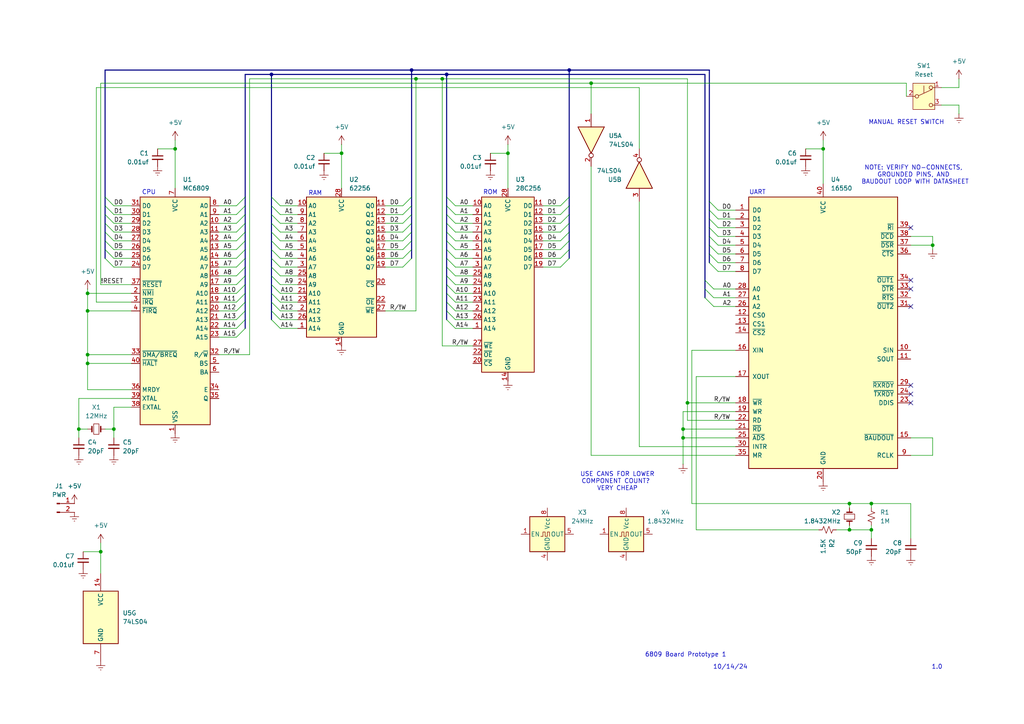
<source format=kicad_sch>
(kicad_sch (version 20231120) (generator "eeschema") (generator_version "8.0")
  (paper "A4")
  (lib_symbols
    (symbol "74xx:74LS04"
      (property "Reference" "U" (at 0 1.27 0))
      (property "Value" "74LS04" (at 0 -1.27 0))
      (symbol "74LS04_1_0"
        (pin input line (at -7.62 0 0) (length 3.81) (name "~") (number "1"))
        (pin output inverted (at 7.62 0 180) (length 3.81) (name "~") (number "2"))
      )
      (symbol "74LS04_2_0"
        (pin input line (at -7.62 0 0) (length 3.81) (name "~") (number "3"))
        (pin output inverted (at 7.62 0 180) (length 3.81) (name "~") (number "4"))
      )
      (symbol "74LS04_3_0"
        (pin input line (at -7.62 0 0) (length 3.81) (name "~") (number "5"))
        (pin output inverted (at 7.62 0 180) (length 3.81) (name "~") (number "6"))
      )
      (symbol "74LS04_4_0"
        (pin output inverted (at 7.62 0 180) (length 3.81) (name "~") (number "8"))
        (pin input line (at -7.62 0 0) (length 3.81) (name "~") (number "9"))
      )
      (symbol "74LS04_5_0"
        (pin output inverted (at 7.62 0 180) (length 3.81) (name "~") (number "10"))
        (pin input line (at -7.62 0 0) (length 3.81) (name "~") (number "11"))
      )
      (symbol "74LS04_6_0"
        (pin output inverted (at 7.62 0 180) (length 3.81) (name "~") (number "12"))
        (pin input line (at -7.62 0 0) (length 3.81) (name "~") (number "13"))
      )
      (symbol "74LS04_7_0"
        (pin power_in line (at 0 12.7 270) (length 5.08) (name "VCC") (number "14"))
        (pin power_in line (at 0 -12.7 90) (length 5.08) (name "GND") (number "7"))
      )
    )
    (symbol "CPU_NXP_6800:MC6809"
      (property "Reference" "U" (at -7.62 34.29 0))
      (property "Value" "MC6809" (at 10.16 34.29 0))
      (symbol "MC6809_1_1"
        (pin power_in line (at 0 -35.56 90) (length 2.54) (name "VSS") (number "1"))
        (pin output line (at 12.7 25.4 180) (length 2.54) (name "A2") (number "10"))
        (pin output line (at 12.7 22.86 180) (length 2.54) (name "A3") (number "11"))
        (pin output line (at 12.7 20.32 180) (length 2.54) (name "A4") (number "12"))
        (pin output line (at 12.7 17.78 180) (length 2.54) (name "A5") (number "13"))
        (pin output line (at 12.7 15.24 180) (length 2.54) (name "A6") (number "14"))
        (pin output line (at 12.7 12.7 180) (length 2.54) (name "A7") (number "15"))
        (pin output line (at 12.7 10.16 180) (length 2.54) (name "A8") (number "16"))
        (pin output line (at 12.7 7.62 180) (length 2.54) (name "A9") (number "17"))
        (pin output line (at 12.7 5.08 180) (length 2.54) (name "A10") (number "18"))
        (pin output line (at 12.7 2.54 180) (length 2.54) (name "A11") (number "19"))
        (pin input line (at -12.7 5.08 0) (length 2.54) (name "~{NMI}") (number "2"))
        (pin output line (at 12.7 0 180) (length 2.54) (name "A12") (number "20"))
        (pin output line (at 12.7 -2.54 180) (length 2.54) (name "A13") (number "21"))
        (pin output line (at 12.7 -5.08 180) (length 2.54) (name "A14") (number "22"))
        (pin output line (at 12.7 -7.62 180) (length 2.54) (name "A15") (number "23"))
        (pin bidirectional line (at -12.7 12.7 0) (length 2.54) (name "D7") (number "24"))
        (pin bidirectional line (at -12.7 15.24 0) (length 2.54) (name "D6") (number "25"))
        (pin bidirectional line (at -12.7 17.78 0) (length 2.54) (name "D5") (number "26"))
        (pin bidirectional line (at -12.7 20.32 0) (length 2.54) (name "D4") (number "27"))
        (pin bidirectional line (at -12.7 22.86 0) (length 2.54) (name "D3") (number "28"))
        (pin bidirectional line (at -12.7 25.4 0) (length 2.54) (name "D2") (number "29"))
        (pin input line (at -12.7 2.54 0) (length 2.54) (name "~{IRQ}") (number "3"))
        (pin bidirectional line (at -12.7 27.94 0) (length 2.54) (name "D1") (number "30"))
        (pin bidirectional line (at -12.7 30.48 0) (length 2.54) (name "D0") (number "31"))
        (pin output line (at 12.7 -12.7 180) (length 2.54) (name "R/~{W}") (number "32"))
        (pin input line (at -12.7 -12.7 0) (length 2.54) (name "~{DMA/BREQ}") (number "33"))
        (pin output line (at 12.7 -22.86 180) (length 2.54) (name "E") (number "34"))
        (pin output line (at 12.7 -25.4 180) (length 2.54) (name "Q") (number "35"))
        (pin input line (at -12.7 -22.86 0) (length 2.54) (name "MRDY") (number "36"))
        (pin input line (at -12.7 7.62 0) (length 2.54) (name "~{RESET}") (number "37"))
        (pin input line (at -12.7 -27.94 0) (length 2.54) (name "EXTAL") (number "38"))
        (pin input line (at -12.7 -25.4 0) (length 2.54) (name "XTAL") (number "39"))
        (pin input line (at -12.7 0 0) (length 2.54) (name "~{FIRQ}") (number "4"))
        (pin input line (at -12.7 -15.24 0) (length 2.54) (name "~{HALT}") (number "40"))
        (pin output line (at 12.7 -15.24 180) (length 2.54) (name "BS") (number "5"))
        (pin output line (at 12.7 -17.78 180) (length 2.54) (name "BA") (number "6"))
        (pin power_in line (at 0 35.56 270) (length 2.54) (name "VCC") (number "7"))
        (pin output line (at 12.7 30.48 180) (length 2.54) (name "A0") (number "8"))
        (pin output line (at 12.7 27.94 180) (length 2.54) (name "A1") (number "9"))
      )
    )
    (symbol "Connector:Conn_01x02_Pin" (pin_names (offset 1.016) hide)
      (property "Reference" "J" (at 0 2.54 0))
      (property "Value" "Conn_01x02_Pin" (at 0 -5.08 0))
      (symbol "Conn_01x02_Pin_1_1"
        (pin passive line (at 5.08 0 180) (length 3.81) (name "Pin_1") (number "1"))
        (pin passive line (at 5.08 -2.54 180) (length 3.81) (name "Pin_2") (number "2"))
      )
    )
    (symbol "Device:C_Small" (pin_numbers hide) (pin_names (offset 0.254) hide)
      (property "Reference" "C" (at 0.254 1.778 0))
      (property "Value" "C_Small" (at 0.254 -2.032 0))
      (symbol "C_Small_1_1"
        (pin passive line (at 0 2.54 270) (length 2.032) (name "~") (number "1"))
        (pin passive line (at 0 -2.54 90) (length 2.032) (name "~") (number "2"))
      )
    )
    (symbol "Device:Crystal_Small" (pin_numbers hide) (pin_names (offset 1.016) hide)
      (property "Reference" "Y" (at 0 2.54 0))
      (property "Value" "Crystal_Small" (at 0 -2.54 0))
      (symbol "Crystal_Small_1_1"
        (pin passive line (at -2.54 0 0) (length 1.27) (name "1") (number "1"))
        (pin passive line (at 2.54 0 180) (length 1.27) (name "2") (number "2"))
      )
    )
    (symbol "Device:R_Small_US" (pin_numbers hide) (pin_names (offset 0.254) hide)
      (property "Reference" "R" (at 0.762 0.508 0))
      (property "Value" "R_Small_US" (at 0.762 -1.016 0))
      (symbol "R_Small_US_1_1"
        (pin passive line (at 0 2.54 270) (length 1.016) (name "~") (number "1"))
        (pin passive line (at 0 -2.54 90) (length 1.016) (name "~") (number "2"))
      )
    )
    (symbol "Interface_UART:16550" (pin_names (offset 1.016))
      (property "Reference" "U" (at -21.59 40.64 0))
      (property "Value" "16550" (at 15.24 40.64 0))
      (symbol "16550_1_1"
        (pin bidirectional line (at -25.4 35.56 0) (length 3.81) (name "D0") (number "1"))
        (pin input line (at 25.4 -5.08 180) (length 3.81) (name "SIN") (number "10"))
        (pin output line (at 25.4 -7.62 180) (length 3.81) (name "SOUT") (number "11"))
        (pin input line (at -25.4 5.08 0) (length 3.81) (name "CS0") (number "12"))
        (pin input line (at -25.4 2.54 0) (length 3.81) (name "CS1") (number "13"))
        (pin input line (at -25.4 0 0) (length 3.81) (name "~{CS2}") (number "14"))
        (pin output line (at 25.4 -30.48 180) (length 3.81) (name "~{BAUDOUT}") (number "15"))
        (pin input line (at -25.4 -5.08 0) (length 3.81) (name "XIN") (number "16"))
        (pin output line (at -25.4 -12.7 0) (length 3.81) (name "XOUT") (number "17"))
        (pin input line (at -25.4 -20.32 0) (length 3.81) (name "~{WR}") (number "18"))
        (pin input line (at -25.4 -22.86 0) (length 3.81) (name "WR") (number "19"))
        (pin bidirectional line (at -25.4 33.02 0) (length 3.81) (name "D1") (number "2"))
        (pin power_in line (at 0 -43.18 90) (length 3.81) (name "GND") (number "20"))
        (pin input line (at -25.4 -27.94 0) (length 3.81) (name "~{RD}") (number "21"))
        (pin input line (at -25.4 -25.4 0) (length 3.81) (name "RD") (number "22"))
        (pin output line (at 25.4 -20.32 180) (length 3.81) (name "DDIS") (number "23"))
        (pin output line (at 25.4 -17.78 180) (length 3.81) (name "~{TXRDY}") (number "24"))
        (pin input line (at -25.4 -30.48 0) (length 3.81) (name "~{ADS}") (number "25"))
        (pin input line (at -25.4 7.62 0) (length 3.81) (name "A2") (number "26"))
        (pin input line (at -25.4 10.16 0) (length 3.81) (name "A1") (number "27"))
        (pin input line (at -25.4 12.7 0) (length 3.81) (name "A0") (number "28"))
        (pin output line (at 25.4 -15.24 180) (length 3.81) (name "~{RXRDY}") (number "29"))
        (pin bidirectional line (at -25.4 30.48 0) (length 3.81) (name "D2") (number "3"))
        (pin output line (at -25.4 -33.02 0) (length 3.81) (name "INTR") (number "30"))
        (pin output line (at 25.4 7.62 180) (length 3.81) (name "~{OUT2}") (number "31"))
        (pin output line (at 25.4 10.16 180) (length 3.81) (name "~{RTS}") (number "32"))
        (pin output line (at 25.4 12.7 180) (length 3.81) (name "~{DTR}") (number "33"))
        (pin output line (at 25.4 15.24 180) (length 3.81) (name "~{OUT1}") (number "34"))
        (pin input line (at -25.4 -35.56 0) (length 3.81) (name "MR") (number "35"))
        (pin input line (at 25.4 22.86 180) (length 3.81) (name "~{CTS}") (number "36"))
        (pin input line (at 25.4 25.4 180) (length 3.81) (name "~{DSR}") (number "37"))
        (pin input line (at 25.4 27.94 180) (length 3.81) (name "~{DCD}") (number "38"))
        (pin input line (at 25.4 30.48 180) (length 3.81) (name "~{RI}") (number "39"))
        (pin bidirectional line (at -25.4 27.94 0) (length 3.81) (name "D3") (number "4"))
        (pin power_in line (at 0 43.18 270) (length 3.81) (name "VCC") (number "40"))
        (pin bidirectional line (at -25.4 25.4 0) (length 3.81) (name "D4") (number "5"))
        (pin bidirectional line (at -25.4 22.86 0) (length 3.81) (name "D5") (number "6"))
        (pin bidirectional line (at -25.4 20.32 0) (length 3.81) (name "D6") (number "7"))
        (pin bidirectional line (at -25.4 17.78 0) (length 3.81) (name "D7") (number "8"))
        (pin input line (at 25.4 -35.56 180) (length 3.81) (name "RCLK") (number "9"))
      )
    )
    (symbol "Memory_EEPROM:28C256"
      (property "Reference" "U" (at -7.62 26.67 0))
      (property "Value" "28C256" (at 2.54 -26.67 0))
      (symbol "28C256_1_1"
        (pin input line (at -10.16 -12.7 0) (length 2.54) (name "A14") (number "1"))
        (pin input line (at -10.16 22.86 0) (length 2.54) (name "A0") (number "10"))
        (pin tri_state line (at 10.16 22.86 180) (length 2.54) (name "D0") (number "11"))
        (pin tri_state line (at 10.16 20.32 180) (length 2.54) (name "D1") (number "12"))
        (pin tri_state line (at 10.16 17.78 180) (length 2.54) (name "D2") (number "13"))
        (pin power_in line (at 0 -27.94 90) (length 2.54) (name "GND") (number "14"))
        (pin tri_state line (at 10.16 15.24 180) (length 2.54) (name "D3") (number "15"))
        (pin tri_state line (at 10.16 12.7 180) (length 2.54) (name "D4") (number "16"))
        (pin tri_state line (at 10.16 10.16 180) (length 2.54) (name "D5") (number "17"))
        (pin tri_state line (at 10.16 7.62 180) (length 2.54) (name "D6") (number "18"))
        (pin tri_state line (at 10.16 5.08 180) (length 2.54) (name "D7") (number "19"))
        (pin input line (at -10.16 -7.62 0) (length 2.54) (name "A12") (number "2"))
        (pin input line (at -10.16 -22.86 0) (length 2.54) (name "~{CS}") (number "20"))
        (pin input line (at -10.16 -2.54 0) (length 2.54) (name "A10") (number "21"))
        (pin input line (at -10.16 -20.32 0) (length 2.54) (name "~{OE}") (number "22"))
        (pin input line (at -10.16 -5.08 0) (length 2.54) (name "A11") (number "23"))
        (pin input line (at -10.16 0 0) (length 2.54) (name "A9") (number "24"))
        (pin input line (at -10.16 2.54 0) (length 2.54) (name "A8") (number "25"))
        (pin input line (at -10.16 -10.16 0) (length 2.54) (name "A13") (number "26"))
        (pin input line (at -10.16 -17.78 0) (length 2.54) (name "~{WE}") (number "27"))
        (pin power_in line (at 0 27.94 270) (length 2.54) (name "VCC") (number "28"))
        (pin input line (at -10.16 5.08 0) (length 2.54) (name "A7") (number "3"))
        (pin input line (at -10.16 7.62 0) (length 2.54) (name "A6") (number "4"))
        (pin input line (at -10.16 10.16 0) (length 2.54) (name "A5") (number "5"))
        (pin input line (at -10.16 12.7 0) (length 2.54) (name "A4") (number "6"))
        (pin input line (at -10.16 15.24 0) (length 2.54) (name "A3") (number "7"))
        (pin input line (at -10.16 17.78 0) (length 2.54) (name "A2") (number "8"))
        (pin input line (at -10.16 20.32 0) (length 2.54) (name "A1") (number "9"))
      )
    )
    (symbol "Memory_RAM:KM62256CLP"
      (property "Reference" "U" (at -10.16 20.955 0))
      (property "Value" "KM62256CLP" (at 2.54 20.955 0))
      (symbol "KM62256CLP_0_0"
        (pin power_in line (at 0 -22.86 90) (length 2.54) (name "GND") (number "14"))
        (pin power_in line (at 0 22.86 270) (length 2.54) (name "VCC") (number "28"))
      )
      (symbol "KM62256CLP_1_1"
        (pin input line (at -12.7 -17.78 0) (length 2.54) (name "A14") (number "1"))
        (pin input line (at -12.7 17.78 0) (length 2.54) (name "A0") (number "10"))
        (pin tri_state line (at 12.7 17.78 180) (length 2.54) (name "Q0") (number "11"))
        (pin tri_state line (at 12.7 15.24 180) (length 2.54) (name "Q1") (number "12"))
        (pin tri_state line (at 12.7 12.7 180) (length 2.54) (name "Q2") (number "13"))
        (pin tri_state line (at 12.7 10.16 180) (length 2.54) (name "Q3") (number "15"))
        (pin tri_state line (at 12.7 7.62 180) (length 2.54) (name "Q4") (number "16"))
        (pin tri_state line (at 12.7 5.08 180) (length 2.54) (name "Q5") (number "17"))
        (pin tri_state line (at 12.7 2.54 180) (length 2.54) (name "Q6") (number "18"))
        (pin tri_state line (at 12.7 0 180) (length 2.54) (name "Q7") (number "19"))
        (pin input line (at -12.7 -12.7 0) (length 2.54) (name "A12") (number "2"))
        (pin input line (at 12.7 -5.08 180) (length 2.54) (name "~{CS}") (number "20"))
        (pin input line (at -12.7 -7.62 0) (length 2.54) (name "A10") (number "21"))
        (pin input line (at 12.7 -10.16 180) (length 2.54) (name "~{OE}") (number "22"))
        (pin input line (at -12.7 -10.16 0) (length 2.54) (name "A11") (number "23"))
        (pin input line (at -12.7 -5.08 0) (length 2.54) (name "A9") (number "24"))
        (pin input line (at -12.7 -2.54 0) (length 2.54) (name "A8") (number "25"))
        (pin input line (at -12.7 -15.24 0) (length 2.54) (name "A13") (number "26"))
        (pin input line (at 12.7 -12.7 180) (length 2.54) (name "~{WE}") (number "27"))
        (pin input line (at -12.7 0 0) (length 2.54) (name "A7") (number "3"))
        (pin input line (at -12.7 2.54 0) (length 2.54) (name "A6") (number "4"))
        (pin input line (at -12.7 5.08 0) (length 2.54) (name "A5") (number "5"))
        (pin input line (at -12.7 7.62 0) (length 2.54) (name "A4") (number "6"))
        (pin input line (at -12.7 10.16 0) (length 2.54) (name "A3") (number "7"))
        (pin input line (at -12.7 12.7 0) (length 2.54) (name "A2") (number "8"))
        (pin input line (at -12.7 15.24 0) (length 2.54) (name "A1") (number "9"))
      )
    )
    (symbol "Oscillator:CXO_DIP8" (pin_names (offset 0.254))
      (property "Reference" "X" (at -5.08 6.35 0))
      (property "Value" "CXO_DIP8" (at 1.27 -6.35 0))
      (symbol "CXO_DIP8_1_1"
        (pin input line (at -7.62 0 0) (length 2.54) (name "EN") (number "1"))
        (pin power_in line (at 0 -7.62 90) (length 2.54) (name "GND") (number "4"))
        (pin output line (at 7.62 0 180) (length 2.54) (name "OUT") (number "5"))
        (pin power_in line (at 0 7.62 270) (length 2.54) (name "Vcc") (number "8"))
      )
    )
    (symbol "Switch:SW_Push_SPDT" (pin_names (offset 0) hide)
      (property "Reference" "SW" (at 0 5.08 0))
      (property "Value" "SW_Push_SPDT" (at 0 -5.08 0))
      (symbol "SW_Push_SPDT_1_1"
        (pin passive line (at 5.08 2.54 180) (length 2.54) (name "A") (number "1"))
        (pin passive line (at -5.08 0 0) (length 2.54) (name "B") (number "2"))
        (pin passive line (at 5.08 -2.54 180) (length 2.54) (name "C") (number "3"))
      )
    )
    (symbol "power:+5V" (power) (pin_numbers hide) (pin_names (offset 0) hide)
      (property "Value" "+5V" (at 0 3.556 0))
      (symbol "+5V_1_1"
        (pin power_in line (at 0 0 90) (length 0) (name "~") (number "1"))
      )
    )
    (symbol "power:GNDREF" (power) (pin_numbers hide) (pin_names (offset 0) hide)
      (property "Value" "GNDREF" (at 0 -3.81 0))
      (symbol "GNDREF_1_1"
        (pin power_in line (at 0 0 270) (length 0) (name "~") (number "1"))
      )
    )
  )
  (junction (at 147.32 44.45))
  (junction (at 78.74 21.59))
  (junction (at 99.06 44.45))
  (junction (at 25.4 105.41))
  (junction (at 25.4 90.17))
  (junction (at 252.73 146.05))
  (junction (at 25.4 102.87))
  (junction (at 238.76 43.18))
  (junction (at 120.65 22.86))
  (junction (at 33.02 124.46))
  (junction (at 199.39 116.84))
  (junction (at 246.38 153.67))
  (junction (at 128.27 22.86))
  (junction (at 129.54 21.59))
  (junction (at 171.45 24.13))
  (junction (at 22.86 124.46))
  (junction (at 165.1 20.32))
  (junction (at 198.12 127))
  (junction (at 50.8 43.18))
  (junction (at 119.38 20.32))
  (junction (at 246.38 146.05))
  (junction (at 270.51 71.12))
  (junction (at 29.21 160.02))
  (junction (at 252.73 153.67))
  (junction (at 25.4 85.09))
  (junction (at 198.12 124.46))
  (no_connect (at 264.16 88.9))
  (no_connect (at 264.16 83.82))
  (no_connect (at 264.16 111.76))
  (no_connect (at 264.16 66.04))
  (no_connect (at 264.16 81.28))
  (no_connect (at 264.16 116.84))
  (no_connect (at 264.16 114.3))
  (bus_entry (at 71.12 87.63) (size -2.54 2.54))
  (bus_entry (at 204.47 81.28) (size 2.54 2.54))
  (bus_entry (at 205.74 60.96) (size 2.54 2.54))
  (bus_entry (at 165.1 69.85) (size -2.54 2.54))
  (bus_entry (at 205.74 68.58) (size 2.54 2.54))
  (bus_entry (at 71.12 74.93) (size -2.54 2.54))
  (bus_entry (at 78.74 57.15) (size 2.54 2.54))
  (bus_entry (at 71.12 77.47) (size -2.54 2.54))
  (bus_entry (at 129.54 57.15) (size 2.54 2.54))
  (bus_entry (at 71.12 72.39) (size -2.54 2.54))
  (bus_entry (at 205.74 73.66) (size 2.54 2.54))
  (bus_entry (at 30.48 59.69) (size 2.54 2.54))
  (bus_entry (at 78.74 62.23) (size 2.54 2.54))
  (bus_entry (at 71.12 82.55) (size -2.54 2.54))
  (bus_entry (at 129.54 74.93) (size 2.54 2.54))
  (bus_entry (at 205.74 66.04) (size 2.54 2.54))
  (bus_entry (at 119.38 69.85) (size -2.54 2.54))
  (bus_entry (at 30.48 74.93) (size 2.54 2.54))
  (bus_entry (at 165.1 59.69) (size -2.54 2.54))
  (bus_entry (at 71.12 67.31) (size -2.54 2.54))
  (bus_entry (at 30.48 69.85) (size 2.54 2.54))
  (bus_entry (at 71.12 92.71) (size -2.54 2.54))
  (bus_entry (at 119.38 62.23) (size -2.54 2.54))
  (bus_entry (at 78.74 77.47) (size 2.54 2.54))
  (bus_entry (at 129.54 80.01) (size 2.54 2.54))
  (bus_entry (at 129.54 59.69) (size 2.54 2.54))
  (bus_entry (at 78.74 80.01) (size 2.54 2.54))
  (bus_entry (at 205.74 71.12) (size 2.54 2.54))
  (bus_entry (at 205.74 76.2) (size 2.54 2.54))
  (bus_entry (at 78.74 59.69) (size 2.54 2.54))
  (bus_entry (at 204.47 86.36) (size 2.54 2.54))
  (bus_entry (at 78.74 72.39) (size 2.54 2.54))
  (bus_entry (at 30.48 67.31) (size 2.54 2.54))
  (bus_entry (at 165.1 62.23) (size -2.54 2.54))
  (bus_entry (at 129.54 92.71) (size 2.54 2.54))
  (bus_entry (at 129.54 87.63) (size 2.54 2.54))
  (bus_entry (at 71.12 59.69) (size -2.54 2.54))
  (bus_entry (at 78.74 90.17) (size 2.54 2.54))
  (bus_entry (at 205.74 63.5) (size 2.54 2.54))
  (bus_entry (at 119.38 72.39) (size -2.54 2.54))
  (bus_entry (at 165.1 57.15) (size -2.54 2.54))
  (bus_entry (at 165.1 74.93) (size -2.54 2.54))
  (bus_entry (at 78.74 64.77) (size 2.54 2.54))
  (bus_entry (at 165.1 64.77) (size -2.54 2.54))
  (bus_entry (at 129.54 67.31) (size 2.54 2.54))
  (bus_entry (at 119.38 57.15) (size -2.54 2.54))
  (bus_entry (at 205.74 58.42) (size 2.54 2.54))
  (bus_entry (at 78.74 87.63) (size 2.54 2.54))
  (bus_entry (at 71.12 90.17) (size -2.54 2.54))
  (bus_entry (at 129.54 82.55) (size 2.54 2.54))
  (bus_entry (at 129.54 64.77) (size 2.54 2.54))
  (bus_entry (at 129.54 62.23) (size 2.54 2.54))
  (bus_entry (at 119.38 74.93) (size -2.54 2.54))
  (bus_entry (at 78.74 67.31) (size 2.54 2.54))
  (bus_entry (at 71.12 69.85) (size -2.54 2.54))
  (bus_entry (at 71.12 80.01) (size -2.54 2.54))
  (bus_entry (at 71.12 64.77) (size -2.54 2.54))
  (bus_entry (at 129.54 69.85) (size 2.54 2.54))
  (bus_entry (at 129.54 90.17) (size 2.54 2.54))
  (bus_entry (at 71.12 62.23) (size -2.54 2.54))
  (bus_entry (at 129.54 77.47) (size 2.54 2.54))
  (bus_entry (at 30.48 62.23) (size 2.54 2.54))
  (bus_entry (at 71.12 57.15) (size -2.54 2.54))
  (bus_entry (at 30.48 64.77) (size 2.54 2.54))
  (bus_entry (at 165.1 67.31) (size -2.54 2.54))
  (bus_entry (at 204.47 83.82) (size 2.54 2.54))
  (bus_entry (at 30.48 72.39) (size 2.54 2.54))
  (bus_entry (at 119.38 64.77) (size -2.54 2.54))
  (bus_entry (at 119.38 67.31) (size -2.54 2.54))
  (bus_entry (at 78.74 85.09) (size 2.54 2.54))
  (bus_entry (at 129.54 72.39) (size 2.54 2.54))
  (bus_entry (at 129.54 85.09) (size 2.54 2.54))
  (bus_entry (at 78.74 69.85) (size 2.54 2.54))
  (bus_entry (at 30.48 57.15) (size 2.54 2.54))
  (bus_entry (at 78.74 82.55) (size 2.54 2.54))
  (bus_entry (at 165.1 72.39) (size -2.54 2.54))
  (bus_entry (at 78.74 74.93) (size 2.54 2.54))
  (bus_entry (at 119.38 59.69) (size -2.54 2.54))
  (bus_entry (at 71.12 85.09) (size -2.54 2.54))
  (bus_entry (at 71.12 95.25) (size -2.54 2.54))
  (bus_entry (at 78.74 92.71) (size 2.54 2.54))
  (bus (pts (xy 71.12 82.55) (xy 71.12 85.09)))
  (wire (pts (xy 33.02 77.47) (xy 38.1 77.47)))
  (bus (pts (xy 78.74 74.93) (xy 78.74 77.47)))
  (bus (pts (xy 119.38 20.32) (xy 165.1 20.32)))
  (wire (pts (xy 198.12 127) (xy 198.12 134.62)))
  (wire (pts (xy 25.4 90.17) (xy 38.1 90.17)))
  (wire (pts (xy 185.42 58.42) (xy 185.42 129.54)))
  (wire (pts (xy 132.08 67.31) (xy 137.16 67.31)))
  (wire (pts (xy 63.5 102.87) (xy 72.39 102.87)))
  (wire (pts (xy 81.28 85.09) (xy 86.36 85.09)))
  (wire (pts (xy 33.02 64.77) (xy 38.1 64.77)))
  (wire (pts (xy 68.58 74.93) (xy 63.5 74.93)))
  (bus (pts (xy 205.74 71.12) (xy 205.74 73.66)))
  (bus (pts (xy 204.47 81.28) (xy 204.47 83.82)))
  (bus (pts (xy 165.1 69.85) (xy 165.1 72.39)))
  (wire (pts (xy 252.73 152.4) (xy 252.73 153.67)))
  (wire (pts (xy 198.12 124.46) (xy 198.12 127)))
  (bus (pts (xy 71.12 59.69) (xy 71.12 62.23)))
  (wire (pts (xy 238.76 43.18) (xy 238.76 40.64)))
  (wire (pts (xy 30.48 124.46) (xy 33.02 124.46)))
  (wire (pts (xy 208.28 78.74) (xy 213.36 78.74)))
  (wire (pts (xy 132.08 80.01) (xy 137.16 80.01)))
  (wire (pts (xy 198.12 119.38) (xy 213.36 119.38)))
  (wire (pts (xy 185.42 129.54) (xy 213.36 129.54)))
  (wire (pts (xy 99.06 44.45) (xy 99.06 54.61)))
  (wire (pts (xy 262.89 24.13) (xy 262.89 27.94)))
  (wire (pts (xy 246.38 146.05) (xy 246.38 147.32)))
  (wire (pts (xy 116.84 69.85) (xy 111.76 69.85)))
  (wire (pts (xy 25.4 83.82) (xy 25.4 85.09)))
  (wire (pts (xy 81.28 95.25) (xy 86.36 95.25)))
  (wire (pts (xy 132.08 64.77) (xy 137.16 64.77)))
  (wire (pts (xy 68.58 82.55) (xy 63.5 82.55)))
  (bus (pts (xy 78.74 82.55) (xy 78.74 85.09)))
  (wire (pts (xy 24.13 160.02) (xy 29.21 160.02)))
  (wire (pts (xy 252.73 146.05) (xy 252.73 147.32)))
  (wire (pts (xy 33.02 124.46) (xy 33.02 127)))
  (wire (pts (xy 50.8 43.18) (xy 50.8 40.64)))
  (bus (pts (xy 71.12 90.17) (xy 71.12 92.71)))
  (bus (pts (xy 78.74 21.59) (xy 78.74 57.15)))
  (wire (pts (xy 162.56 72.39) (xy 157.48 72.39)))
  (wire (pts (xy 201.93 153.67) (xy 237.49 153.67)))
  (wire (pts (xy 29.21 82.55) (xy 38.1 82.55)))
  (wire (pts (xy 33.02 124.46) (xy 33.02 118.11)))
  (wire (pts (xy 111.76 90.17) (xy 120.65 90.17)))
  (wire (pts (xy 132.08 77.47) (xy 137.16 77.47)))
  (bus (pts (xy 71.12 67.31) (xy 71.12 69.85)))
  (wire (pts (xy 116.84 64.77) (xy 111.76 64.77)))
  (wire (pts (xy 29.21 24.13) (xy 29.21 82.55)))
  (wire (pts (xy 68.58 97.79) (xy 63.5 97.79)))
  (wire (pts (xy 233.68 43.18) (xy 238.76 43.18)))
  (wire (pts (xy 208.28 73.66) (xy 213.36 73.66)))
  (bus (pts (xy 129.54 72.39) (xy 129.54 74.93)))
  (wire (pts (xy 33.02 59.69) (xy 38.1 59.69)))
  (wire (pts (xy 99.06 44.45) (xy 99.06 41.91)))
  (bus (pts (xy 205.74 58.42) (xy 205.74 60.96)))
  (wire (pts (xy 22.86 115.57) (xy 22.86 124.46)))
  (bus (pts (xy 165.1 62.23) (xy 165.1 64.77)))
  (wire (pts (xy 171.45 48.26) (xy 171.45 132.08)))
  (wire (pts (xy 81.28 90.17) (xy 86.36 90.17)))
  (bus (pts (xy 165.1 67.31) (xy 165.1 69.85)))
  (bus (pts (xy 119.38 69.85) (xy 119.38 72.39)))
  (bus (pts (xy 78.74 57.15) (xy 78.74 59.69)))
  (wire (pts (xy 132.08 82.55) (xy 137.16 82.55)))
  (wire (pts (xy 81.28 62.23) (xy 86.36 62.23)))
  (wire (pts (xy 208.28 71.12) (xy 213.36 71.12)))
  (wire (pts (xy 198.12 119.38) (xy 198.12 124.46)))
  (wire (pts (xy 38.1 115.57) (xy 22.86 115.57)))
  (wire (pts (xy 208.28 68.58) (xy 213.36 68.58)))
  (bus (pts (xy 129.54 85.09) (xy 129.54 87.63)))
  (wire (pts (xy 199.39 22.86) (xy 199.39 116.84)))
  (wire (pts (xy 213.36 116.84) (xy 199.39 116.84)))
  (bus (pts (xy 71.12 87.63) (xy 71.12 90.17)))
  (wire (pts (xy 38.1 113.03) (xy 25.4 113.03)))
  (wire (pts (xy 33.02 74.93) (xy 38.1 74.93)))
  (wire (pts (xy 25.4 105.41) (xy 38.1 105.41)))
  (wire (pts (xy 185.42 25.4) (xy 185.42 43.18)))
  (wire (pts (xy 72.39 22.86) (xy 72.39 102.87)))
  (bus (pts (xy 205.74 20.32) (xy 165.1 20.32)))
  (wire (pts (xy 162.56 74.93) (xy 157.48 74.93)))
  (bus (pts (xy 129.54 64.77) (xy 129.54 67.31)))
  (wire (pts (xy 208.28 63.5) (xy 213.36 63.5)))
  (wire (pts (xy 270.51 72.39) (xy 270.51 71.12)))
  (wire (pts (xy 50.8 54.61) (xy 50.8 43.18)))
  (bus (pts (xy 71.12 72.39) (xy 71.12 74.93)))
  (bus (pts (xy 30.48 69.85) (xy 30.48 72.39)))
  (wire (pts (xy 72.39 22.86) (xy 120.65 22.86)))
  (wire (pts (xy 171.45 132.08) (xy 213.36 132.08)))
  (bus (pts (xy 205.74 73.66) (xy 205.74 76.2)))
  (wire (pts (xy 68.58 92.71) (xy 63.5 92.71)))
  (wire (pts (xy 81.28 64.77) (xy 86.36 64.77)))
  (bus (pts (xy 165.1 57.15) (xy 165.1 59.69)))
  (bus (pts (xy 78.74 72.39) (xy 78.74 74.93)))
  (bus (pts (xy 71.12 74.93) (xy 71.12 77.47)))
  (wire (pts (xy 270.51 68.58) (xy 270.51 71.12)))
  (wire (pts (xy 68.58 85.09) (xy 63.5 85.09)))
  (wire (pts (xy 208.28 76.2) (xy 213.36 76.2)))
  (bus (pts (xy 78.74 62.23) (xy 78.74 64.77)))
  (wire (pts (xy 29.21 160.02) (xy 29.21 157.48)))
  (wire (pts (xy 207.01 86.36) (xy 213.36 86.36)))
  (wire (pts (xy 200.66 146.05) (xy 246.38 146.05)))
  (bus (pts (xy 78.74 80.01) (xy 78.74 82.55)))
  (wire (pts (xy 199.39 116.84) (xy 199.39 121.92)))
  (wire (pts (xy 147.32 44.45) (xy 147.32 41.91)))
  (wire (pts (xy 81.28 69.85) (xy 86.36 69.85)))
  (wire (pts (xy 128.27 100.33) (xy 128.27 22.86)))
  (wire (pts (xy 132.08 62.23) (xy 137.16 62.23)))
  (bus (pts (xy 78.74 85.09) (xy 78.74 87.63)))
  (wire (pts (xy 162.56 62.23) (xy 157.48 62.23)))
  (wire (pts (xy 199.39 121.92) (xy 213.36 121.92)))
  (wire (pts (xy 273.05 25.4) (xy 278.13 25.4)))
  (wire (pts (xy 207.01 88.9) (xy 213.36 88.9)))
  (bus (pts (xy 30.48 72.39) (xy 30.48 74.93)))
  (wire (pts (xy 68.58 77.47) (xy 63.5 77.47)))
  (bus (pts (xy 119.38 67.31) (xy 119.38 69.85)))
  (wire (pts (xy 208.28 66.04) (xy 213.36 66.04)))
  (wire (pts (xy 68.58 62.23) (xy 63.5 62.23)))
  (bus (pts (xy 78.74 69.85) (xy 78.74 72.39)))
  (wire (pts (xy 270.51 127) (xy 270.51 132.08)))
  (wire (pts (xy 132.08 59.69) (xy 137.16 59.69)))
  (bus (pts (xy 30.48 20.32) (xy 30.48 57.15)))
  (bus (pts (xy 129.54 69.85) (xy 129.54 72.39)))
  (wire (pts (xy 81.28 82.55) (xy 86.36 82.55)))
  (wire (pts (xy 81.28 80.01) (xy 86.36 80.01)))
  (bus (pts (xy 78.74 77.47) (xy 78.74 80.01)))
  (wire (pts (xy 128.27 22.86) (xy 120.65 22.86)))
  (wire (pts (xy 22.86 124.46) (xy 25.4 124.46)))
  (wire (pts (xy 246.38 152.4) (xy 246.38 153.67)))
  (wire (pts (xy 273.05 30.48) (xy 278.13 30.48)))
  (bus (pts (xy 204.47 21.59) (xy 204.47 81.28)))
  (bus (pts (xy 205.74 63.5) (xy 205.74 66.04)))
  (wire (pts (xy 116.84 67.31) (xy 111.76 67.31)))
  (wire (pts (xy 162.56 64.77) (xy 157.48 64.77)))
  (wire (pts (xy 132.08 92.71) (xy 137.16 92.71)))
  (wire (pts (xy 116.84 72.39) (xy 111.76 72.39)))
  (wire (pts (xy 200.66 101.6) (xy 200.66 146.05)))
  (wire (pts (xy 147.32 44.45) (xy 147.32 54.61)))
  (wire (pts (xy 238.76 43.18) (xy 238.76 53.34)))
  (wire (pts (xy 132.08 72.39) (xy 137.16 72.39)))
  (bus (pts (xy 78.74 87.63) (xy 78.74 90.17)))
  (bus (pts (xy 119.38 62.23) (xy 119.38 64.77)))
  (wire (pts (xy 25.4 85.09) (xy 38.1 85.09)))
  (wire (pts (xy 29.21 24.13) (xy 171.45 24.13)))
  (bus (pts (xy 71.12 64.77) (xy 71.12 67.31)))
  (bus (pts (xy 205.74 60.96) (xy 205.74 63.5)))
  (bus (pts (xy 129.54 59.69) (xy 129.54 62.23)))
  (bus (pts (xy 119.38 64.77) (xy 119.38 67.31)))
  (bus (pts (xy 78.74 64.77) (xy 78.74 67.31)))
  (bus (pts (xy 119.38 57.15) (xy 119.38 59.69)))
  (wire (pts (xy 242.57 153.67) (xy 246.38 153.67)))
  (bus (pts (xy 78.74 67.31) (xy 78.74 69.85)))
  (wire (pts (xy 278.13 30.48) (xy 278.13 33.02)))
  (wire (pts (xy 132.08 69.85) (xy 137.16 69.85)))
  (bus (pts (xy 165.1 64.77) (xy 165.1 67.31)))
  (wire (pts (xy 45.72 43.18) (xy 50.8 43.18)))
  (wire (pts (xy 162.56 67.31) (xy 157.48 67.31)))
  (wire (pts (xy 201.93 109.22) (xy 213.36 109.22)))
  (bus (pts (xy 205.74 20.32) (xy 205.74 58.42)))
  (bus (pts (xy 71.12 62.23) (xy 71.12 64.77)))
  (wire (pts (xy 132.08 87.63) (xy 137.16 87.63)))
  (bus (pts (xy 165.1 72.39) (xy 165.1 74.93)))
  (wire (pts (xy 81.28 59.69) (xy 86.36 59.69)))
  (bus (pts (xy 78.74 59.69) (xy 78.74 62.23)))
  (bus (pts (xy 204.47 83.82) (xy 204.47 86.36)))
  (bus (pts (xy 71.12 80.01) (xy 71.12 82.55)))
  (wire (pts (xy 33.02 62.23) (xy 38.1 62.23)))
  (wire (pts (xy 81.28 87.63) (xy 86.36 87.63)))
  (wire (pts (xy 81.28 67.31) (xy 86.36 67.31)))
  (bus (pts (xy 129.54 77.47) (xy 129.54 80.01)))
  (bus (pts (xy 165.1 59.69) (xy 165.1 62.23)))
  (bus (pts (xy 129.54 90.17) (xy 129.54 92.71)))
  (wire (pts (xy 207.01 83.82) (xy 213.36 83.82)))
  (wire (pts (xy 25.4 102.87) (xy 25.4 90.17)))
  (bus (pts (xy 119.38 20.32) (xy 119.38 57.15)))
  (wire (pts (xy 22.86 124.46) (xy 22.86 127)))
  (wire (pts (xy 116.84 62.23) (xy 111.76 62.23)))
  (bus (pts (xy 30.48 62.23) (xy 30.48 64.77)))
  (wire (pts (xy 198.12 127) (xy 213.36 127)))
  (wire (pts (xy 116.84 77.47) (xy 111.76 77.47)))
  (wire (pts (xy 25.4 105.41) (xy 25.4 102.87)))
  (bus (pts (xy 129.54 80.01) (xy 129.54 82.55)))
  (bus (pts (xy 129.54 67.31) (xy 129.54 69.85)))
  (wire (pts (xy 81.28 74.93) (xy 86.36 74.93)))
  (wire (pts (xy 81.28 92.71) (xy 86.36 92.71)))
  (bus (pts (xy 129.54 82.55) (xy 129.54 85.09)))
  (wire (pts (xy 68.58 72.39) (xy 63.5 72.39)))
  (wire (pts (xy 120.65 22.86) (xy 120.65 90.17)))
  (bus (pts (xy 119.38 72.39) (xy 119.38 74.93)))
  (wire (pts (xy 200.66 101.6) (xy 213.36 101.6)))
  (wire (pts (xy 25.4 85.09) (xy 25.4 90.17)))
  (wire (pts (xy 68.58 87.63) (xy 63.5 87.63)))
  (wire (pts (xy 171.45 24.13) (xy 171.45 33.02)))
  (wire (pts (xy 128.27 100.33) (xy 137.16 100.33)))
  (wire (pts (xy 213.36 60.96) (xy 208.28 60.96)))
  (wire (pts (xy 25.4 113.03) (xy 25.4 105.41)))
  (wire (pts (xy 111.76 59.69) (xy 116.84 59.69)))
  (wire (pts (xy 128.27 22.86) (xy 199.39 22.86)))
  (wire (pts (xy 81.28 72.39) (xy 86.36 72.39)))
  (wire (pts (xy 33.02 118.11) (xy 38.1 118.11)))
  (wire (pts (xy 252.73 156.21) (xy 252.73 153.67)))
  (bus (pts (xy 71.12 57.15) (xy 71.12 21.59)))
  (wire (pts (xy 142.24 44.45) (xy 147.32 44.45)))
  (bus (pts (xy 71.12 57.15) (xy 71.12 59.69)))
  (wire (pts (xy 116.84 74.93) (xy 111.76 74.93)))
  (bus (pts (xy 129.54 21.59) (xy 204.47 21.59)))
  (wire (pts (xy 132.08 95.25) (xy 137.16 95.25)))
  (wire (pts (xy 68.58 59.69) (xy 63.5 59.69)))
  (wire (pts (xy 132.08 85.09) (xy 137.16 85.09)))
  (bus (pts (xy 30.48 59.69) (xy 30.48 62.23)))
  (wire (pts (xy 33.02 67.31) (xy 38.1 67.31)))
  (wire (pts (xy 201.93 109.22) (xy 201.93 153.67)))
  (bus (pts (xy 78.74 21.59) (xy 129.54 21.59)))
  (wire (pts (xy 33.02 69.85) (xy 38.1 69.85)))
  (bus (pts (xy 30.48 20.32) (xy 119.38 20.32)))
  (wire (pts (xy 93.98 44.45) (xy 99.06 44.45)))
  (wire (pts (xy 162.56 69.85) (xy 157.48 69.85)))
  (bus (pts (xy 205.74 68.58) (xy 205.74 71.12)))
  (wire (pts (xy 68.58 69.85) (xy 63.5 69.85)))
  (bus (pts (xy 71.12 21.59) (xy 78.74 21.59)))
  (bus (pts (xy 71.12 92.71) (xy 71.12 95.25)))
  (wire (pts (xy 38.1 87.63) (xy 27.94 87.63)))
  (bus (pts (xy 78.74 90.17) (xy 78.74 92.71)))
  (bus (pts (xy 165.1 20.32) (xy 165.1 57.15)))
  (bus (pts (xy 129.54 57.15) (xy 129.54 59.69)))
  (wire (pts (xy 264.16 132.08) (xy 270.51 132.08)))
  (bus (pts (xy 71.12 69.85) (xy 71.12 72.39)))
  (wire (pts (xy 246.38 146.05) (xy 252.73 146.05)))
  (wire (pts (xy 162.56 59.69) (xy 157.48 59.69)))
  (wire (pts (xy 68.58 90.17) (xy 63.5 90.17)))
  (wire (pts (xy 198.12 124.46) (xy 213.36 124.46)))
  (wire (pts (xy 246.38 153.67) (xy 252.73 153.67)))
  (bus (pts (xy 119.38 59.69) (xy 119.38 62.23)))
  (bus (pts (xy 30.48 64.77) (xy 30.48 67.31)))
  (wire (pts (xy 33.02 72.39) (xy 38.1 72.39)))
  (bus (pts (xy 30.48 57.15) (xy 30.48 59.69)))
  (wire (pts (xy 132.08 90.17) (xy 137.16 90.17)))
  (bus (pts (xy 71.12 85.09) (xy 71.12 87.63)))
  (wire (pts (xy 27.94 25.4) (xy 185.42 25.4)))
  (wire (pts (xy 68.58 80.01) (xy 63.5 80.01)))
  (bus (pts (xy 205.74 66.04) (xy 205.74 68.58)))
  (wire (pts (xy 162.56 77.47) (xy 157.48 77.47)))
  (wire (pts (xy 81.28 77.47) (xy 86.36 77.47)))
  (wire (pts (xy 278.13 25.4) (xy 278.13 22.86)))
  (wire (pts (xy 264.16 146.05) (xy 264.16 156.21)))
  (wire (pts (xy 68.58 95.25) (xy 63.5 95.25)))
  (wire (pts (xy 264.16 68.58) (xy 270.51 68.58)))
  (bus (pts (xy 129.54 87.63) (xy 129.54 90.17)))
  (bus (pts (xy 129.54 21.59) (xy 129.54 57.15)))
  (wire (pts (xy 68.58 67.31) (xy 63.5 67.31)))
  (wire (pts (xy 171.45 24.13) (xy 262.89 24.13)))
  (wire (pts (xy 264.16 127) (xy 270.51 127)))
  (wire (pts (xy 264.16 71.12) (xy 270.51 71.12)))
  (wire (pts (xy 68.58 64.77) (xy 63.5 64.77)))
  (wire (pts (xy 252.73 146.05) (xy 264.16 146.05)))
  (wire (pts (xy 27.94 87.63) (xy 27.94 25.4)))
  (bus (pts (xy 71.12 77.47) (xy 71.12 80.01)))
  (wire (pts (xy 29.21 160.02) (xy 29.21 166.37)))
  (bus (pts (xy 129.54 74.93) (xy 129.54 77.47)))
  (bus (pts (xy 129.54 62.23) (xy 129.54 64.77)))
  (bus (pts (xy 30.48 67.31) (xy 30.48 69.85)))
  (wire (pts (xy 132.08 74.93) (xy 137.16 74.93)))
  (wire (pts (xy 25.4 102.87) (xy 38.1 102.87)))
  (text "1.0\n" (at 271.78 193.548 0) (effects (font (size 1.27 1.27))))
  (text "NOTE: VERIFY NO-CONNECTS, \nGROUNDED PINS, AND \nBAUDOUT LOOP WITH DATASHEET" (at 265.43 50.8 0) (effects (font (size 1.27 1.27))))
  (text "ROM\n" (at 142.24 55.88 0) (effects (font (size 1.27 1.27))))
  (text "USE CANS FOR LOWER\nCOMPONENT COUNT? \nVERY CHEAP" (at 179.07 139.7 0) (effects (font (size 1.27 1.27))))
  (text "UART" (at 219.71 55.88 0) (effects (font (size 1.27 1.27))))
  (text "CPU\n" (at 43.18 55.88 0) (effects (font (size 1.27 1.27))))
  (text "MANUAL RESET SWITCH" (at 262.89 35.56 0) (effects (font (size 1.27 1.27))))
  (text "6809 Board Prototype 1" (at 198.882 189.992 0) (effects (font (size 1.27 1.27))))
  (text "10/14/24\n" (at 211.836 193.548 0) (effects (font (size 1.27 1.27))))
  (text "RAM\n\n" (at 91.44 57.15 0) (effects (font (size 1.27 1.27))))
  (label "A12" (at 135.89 90.17 180))
  (label "D6" (at 33.02 74.93 0))
  (label "D4" (at 33.02 69.85 0))
  (label "A11" (at 64.77 87.63 0))
  (label "D3" (at 212.09 68.58 180))
  (label "D0" (at 33.02 59.69 0))
  (label "D1" (at 113.03 62.23 0))
  (label "A7" (at 135.89 77.47 180))
  (label "R{slash}!W" (at 207.01 116.84 0))
  (label "D1" (at 33.02 62.23 0))
  (label "D6" (at 158.75 74.93 0))
  (label "D1" (at 158.75 62.23 0))
  (label "A6" (at 135.89 74.93 180))
  (label "A11" (at 135.89 87.63 180))
  (label "A6" (at 85.09 74.93 180))
  (label "A5" (at 135.89 72.39 180))
  (label "A13" (at 64.77 92.71 0))
  (label "A3" (at 85.09 67.31 180))
  (label "A4" (at 135.89 69.85 180))
  (label "D2" (at 113.03 64.77 0))
  (label "D0" (at 212.09 60.96 180))
  (label "A3" (at 135.89 67.31 180))
  (label "A12" (at 64.77 90.17 0))
  (label "A1" (at 135.89 62.23 180))
  (label "A10" (at 64.77 85.09 0))
  (label "A1" (at 85.09 62.23 180))
  (label "D2" (at 158.75 64.77 0))
  (label "A4" (at 85.09 69.85 180))
  (label "A13" (at 85.09 92.71 180))
  (label "D2" (at 212.09 66.04 180))
  (label "A3" (at 64.77 67.31 0))
  (label "R{slash}!W" (at 207.01 121.92 0))
  (label "D7" (at 113.03 77.47 0))
  (label "D0" (at 113.03 59.69 0))
  (label "A10" (at 135.89 85.09 180))
  (label "A4" (at 64.77 69.85 0))
  (label "R{slash}!W" (at 113.03 90.17 0))
  (label "A2" (at 212.09 88.9 180))
  (label "D6" (at 212.09 76.2 180))
  (label "A13" (at 135.89 92.71 180))
  (label "A0" (at 212.09 83.82 180))
  (label "A8" (at 135.89 80.01 180))
  (label "A12" (at 85.09 90.17 180))
  (label "A7" (at 64.77 77.47 0))
  (label "A6" (at 64.77 74.93 0))
  (label "R{slash}!W" (at 135.89 100.33 180))
  (label "D2" (at 33.02 64.77 0))
  (label "A8" (at 64.77 80.01 0))
  (label "A9" (at 85.09 82.55 180))
  (label "A11" (at 85.09 87.63 180))
  (label "D7" (at 33.02 77.47 0))
  (label "A15" (at 64.77 97.79 0))
  (label "A14" (at 85.09 95.25 180))
  (label "A8" (at 85.09 80.01 180))
  (label "A10" (at 85.09 85.09 180))
  (label "A9" (at 64.77 82.55 0))
  (label "A7" (at 85.09 77.47 180))
  (label "A14" (at 135.89 95.25 180))
  (label "A2" (at 85.09 64.77 180))
  (label "D5" (at 113.03 72.39 0))
  (label "A0" (at 135.89 59.69 180))
  (label "D5" (at 33.02 72.39 0))
  (label "D4" (at 113.03 69.85 0))
  (label "D1" (at 212.09 63.5 180))
  (label "D6" (at 113.03 74.93 0))
  (label "A5" (at 85.09 72.39 180))
  (label "A0" (at 64.77 59.69 0))
  (label "D0" (at 158.75 59.69 0))
  (label "R{slash}!W" (at 64.77 102.87 0))
  (label "!RESET" (at 29.21 82.55 0))
  (label "D4" (at 158.75 69.85 0))
  (label "A1" (at 64.77 62.23 0))
  (label "D5" (at 158.75 72.39 0))
  (label "A0" (at 85.09 59.69 180))
  (label "D7" (at 212.09 78.74 180))
  (label "D5" (at 212.09 73.66 180))
  (label "D7" (at 158.75 77.47 0))
  (label "D3" (at 158.75 67.31 0))
  (label "A5" (at 64.77 72.39 0))
  (label "D3" (at 113.03 67.31 0))
  (label "D3" (at 33.02 67.31 0))
  (label "A1" (at 212.09 86.36 180))
  (label "A14" (at 64.77 95.25 0))
  (label "D4" (at 212.09 71.12 180))
  (label "A2" (at 64.77 64.77 0))
  (label "A9" (at 135.89 82.55 180))
  (label "A2" (at 135.89 64.77 180))
  (symbol (lib_id "power:+5V") (at 25.4 83.82 0) (unit 1)
    (property "Reference" "#PWR021" (effects (hide yes)))
    (property "Value" "+5V" (at 25.4 78.74 0))
    (property "Description" "Power symbol creates a global label with name \"+5V\"" (effects (hide yes)))
  )
  (symbol (lib_id "power:GNDREF") (at 147.32 110.49 0) (unit 1)
    (property "Reference" "#PWR09" (effects (hide yes)))
    (property "Value" "GND" (effects (hide yes)))
    (property "Description" "Power symbol creates a global label with name \"GNDREF\" , reference supply ground" (effects (hide yes)))
  )
  (symbol (lib_id "power:+5V") (at 147.32 41.91 0) (unit 1)
    (property "Reference" "#PWR06" (effects (hide yes)))
    (property "Value" "+5V" (at 147.32 36.83 0))
    (property "Description" "Power symbol creates a global label with name \"+5V\"" (effects (hide yes)))
  )
  (symbol (lib_id "power:+5V") (at 21.59 146.05 0) (unit 1)
    (property "Reference" "#PWR023" (effects (hide yes)))
    (property "Value" "+5V" (at 21.59 140.97 0))
    (property "Description" "Power symbol creates a global label with name \"+5V\"" (effects (hide yes)))
  )
  (symbol (lib_id "Device:R_Small_US") (at 240.03 153.67 270) (unit 1)
    (property "Reference" "R2" (at 241.3 156.21 0) (effects (justify left)))
    (property "Value" "1.5K" (at 238.76 156.21 0) (effects (justify left)))
    (property "Description" "Resistor, small US symbol" (effects (hide yes)))
  )
  (symbol (lib_id "power:GNDREF") (at 29.21 191.77 0) (unit 1)
    (property "Reference" "#PWR018" (effects (hide yes)))
    (property "Value" "GND" (effects (hide yes)))
    (property "Description" "Power symbol creates a global label with name \"GNDREF\" , reference supply ground" (effects (hide yes)))
  )
  (symbol (lib_id "Device:C_Small") (at 142.24 46.99 0) (mirror y) (unit 1)
    (property "Reference" "C3" (at 139.7 45.7262 0) (effects (justify left)))
    (property "Value" "0.01uf" (at 139.7 48.2662 0) (effects (justify left)))
    (property "Description" "Unpolarized capacitor, small symbol" (effects (hide yes)))
  )
  (symbol (lib_id "power:GNDREF") (at 99.06 100.33 0) (unit 1)
    (property "Reference" "#PWR08" (effects (hide yes)))
    (property "Value" "GND" (effects (hide yes)))
    (property "Description" "Power symbol creates a global label with name \"GNDREF\" , reference supply ground" (effects (hide yes)))
  )
  (symbol (lib_id "power:GNDREF") (at 45.72 48.26 0) (unit 1)
    (property "Reference" "#PWR01" (effects (hide yes)))
    (property "Value" "GND" (effects (hide yes)))
    (property "Description" "Power symbol creates a global label with name \"GNDREF\" , reference supply ground" (effects (hide yes)))
  )
  (symbol (lib_id "Device:C_Small") (at 233.68 45.72 0) (mirror y) (unit 1)
    (property "Reference" "C6" (at 231.14 44.4562 0) (effects (justify left)))
    (property "Value" "0.01uf" (at 231.14 46.9962 0) (effects (justify left)))
    (property "Description" "Unpolarized capacitor, small symbol" (effects (hide yes)))
  )
  (symbol (lib_id "power:GNDREF") (at 238.76 139.7 0) (unit 1)
    (property "Reference" "#PWR014" (effects (hide yes)))
    (property "Value" "GND" (effects (hide yes)))
    (property "Description" "Power symbol creates a global label with name \"GNDREF\" , reference supply ground" (effects (hide yes)))
  )
  (symbol (lib_id "power:GNDREF") (at 33.02 132.08 0) (unit 1)
    (property "Reference" "#PWR011" (effects (hide yes)))
    (property "Value" "GND" (effects (hide yes)))
    (property "Description" "Power symbol creates a global label with name \"GNDREF\" , reference supply ground" (effects (hide yes)))
  )
  (symbol (lib_id "74xx:74LS04") (at 171.45 40.64 270) (unit 1)
    (property "Reference" "U5" (at 176.53 39.3699 90) (effects (justify left)))
    (property "Value" "74LS04" (at 176.53 41.9099 90) (effects (justify left)))
    (property "Datasheet" "http://www.ti.com/lit/gpn/sn74LS04" (effects (hide yes)))
    (property "Description" "Hex Inverter" (effects (hide yes)))
  )
  (symbol (lib_id "power:+5V") (at 99.06 41.91 0) (unit 1)
    (property "Reference" "#PWR04" (effects (hide yes)))
    (property "Value" "+5V" (at 99.06 36.83 0))
    (property "Description" "Power symbol creates a global label with name \"+5V\"" (effects (hide yes)))
  )
  (symbol (lib_id "power:+5V") (at 50.8 40.64 0) (unit 1)
    (property "Reference" "#PWR02" (effects (hide yes)))
    (property "Value" "+5V" (at 50.8 35.56 0))
    (property "Description" "Power symbol creates a global label with name \"+5V\"" (effects (hide yes)))
  )
  (symbol (lib_id "Oscillator:CXO_DIP8") (at 158.75 154.94 0) (unit 1)
    (property "Reference" "X3" (at 168.91 148.6214 0))
    (property "Value" "24MHz" (at 168.91 151.1614 0))
    (property "Footprint" "Oscillator:Oscillator_DIP-8" (effects (hide yes)))
    (property "Datasheet" "http://cdn-reichelt.de/documents/datenblatt/B400/OSZI.pdf" (effects (hide yes)))
    (property "Description" "Crystal Clock Oscillator, DIP8-style metal package" (effects (hide yes)))
  )
  (symbol (lib_id "power:GNDREF") (at 233.68 48.26 0) (unit 1)
    (property "Reference" "#PWR012" (effects (hide yes)))
    (property "Value" "GND" (effects (hide yes)))
    (property "Description" "Power symbol creates a global label with name \"GNDREF\" , reference supply ground" (effects (hide yes)))
  )
  (symbol (lib_id "74xx:74LS04") (at -15.24 162.56 0) (unit 4)
    (property "Reference" "U5" (at -15.24 153.67 0))
    (property "Value" "74LS04" (at -15.24 156.21 0))
    (property "Datasheet" "http://www.ti.com/lit/gpn/sn74LS04" (effects (hide yes)))
    (property "Description" "Hex Inverter" (effects (hide yes)))
  )
  (symbol (lib_id "power:GNDREF") (at 278.13 33.02 0) (unit 1)
    (property "Reference" "#PWR026" (effects (hide yes)))
    (property "Value" "GND" (effects (hide yes)))
    (property "Description" "Power symbol creates a global label with name \"GNDREF\" , reference supply ground" (effects (hide yes)))
  )
  (symbol (lib_id "Device:C_Small") (at 45.72 45.72 0) (mirror y) (unit 1)
    (property "Reference" "C1" (at 43.18 44.4562 0) (effects (justify left)))
    (property "Value" "0.01uf" (at 43.18 46.9962 0) (effects (justify left)))
    (property "Description" "Unpolarized capacitor, small symbol" (effects (hide yes)))
  )
  (symbol (lib_id "Device:C_Small") (at 264.16 158.75 0) (mirror y) (unit 1)
    (property "Reference" "C8" (at 261.62 157.4862 0) (effects (justify left)))
    (property "Value" "20pF" (at 261.62 160.0262 0) (effects (justify left)))
    (property "Description" "Unpolarized capacitor, small symbol" (effects (hide yes)))
  )
  (symbol (lib_id "Device:C_Small") (at 22.86 129.54 0) (unit 1)
    (property "Reference" "C4" (at 25.4 128.2762 0) (effects (justify left)))
    (property "Value" "20pF" (at 25.4 130.8162 0) (effects (justify left)))
    (property "Description" "Unpolarized capacitor, small symbol" (effects (hide yes)))
  )
  (symbol (lib_id "74xx:74LS04") (at 185.42 50.8 90) (unit 2)
    (property "Reference" "U5" (at 180.34 52.0701 90) (effects (justify left)))
    (property "Value" "74LS04" (at 180.34 49.5301 90) (effects (justify left)))
    (property "Datasheet" "http://www.ti.com/lit/gpn/sn74LS04" (effects (hide yes)))
    (property "Description" "Hex Inverter" (effects (hide yes)))
  )
  (symbol (lib_id "power:+5V") (at 29.21 157.48 0) (unit 1)
    (property "Reference" "#PWR017" (effects (hide yes)))
    (property "Value" "+5V" (at 29.21 152.4 0))
    (property "Description" "Power symbol creates a global label with name \"+5V\"" (effects (hide yes)))
  )
  (symbol (lib_id "power:GNDREF") (at 252.73 161.29 0) (mirror y) (unit 1)
    (property "Reference" "#PWR020" (effects (hide yes)))
    (property "Value" "GND" (effects (hide yes)))
    (property "Description" "Power symbol creates a global label with name \"GNDREF\" , reference supply ground" (effects (hide yes)))
  )
  (symbol (lib_id "power:GNDREF") (at 93.98 49.53 0) (unit 1)
    (property "Reference" "#PWR03" (effects (hide yes)))
    (property "Value" "GND" (effects (hide yes)))
    (property "Description" "Power symbol creates a global label with name \"GNDREF\" , reference supply ground" (effects (hide yes)))
  )
  (symbol (lib_id "power:GNDREF") (at 21.59 148.59 0) (unit 1)
    (property "Reference" "#PWR022" (effects (hide yes)))
    (property "Value" "GND" (effects (hide yes)))
    (property "Description" "Power symbol creates a global label with name \"GNDREF\" , reference supply ground" (effects (hide yes)))
  )
  (symbol (lib_id "power:GNDREF") (at 270.51 72.39 0) (unit 1)
    (property "Reference" "#PWR024" (effects (hide yes)))
    (property "Value" "GND" (effects (hide yes)))
    (property "Description" "Power symbol creates a global label with name \"GNDREF\" , reference supply ground" (effects (hide yes)))
  )
  (symbol (lib_id "Connector:Conn_01x02_Pin") (at 16.51 146.05 0) (unit 1)
    (property "Reference" "J1" (at 17.145 140.97 0))
    (property "Value" "PWR" (at 17.145 143.51 0))
    (property "Description" "Generic connector, single row, 01x02, script generated" (effects (hide yes)))
  )
  (symbol (lib_id "Device:Crystal_Small") (at 27.94 124.46 0) (unit 1)
    (property "Reference" "X1" (at 27.94 118.11 0))
    (property "Value" "12MHz" (at 27.94 120.65 0))
    (property "Description" "Two pin crystal, small symbol" (effects (hide yes)))
  )
  (symbol (lib_id "Memory_RAM:KM62256CLP") (at 99.06 77.47 0) (unit 1)
    (property "Reference" "U2" (at 101.2541 52.07 0) (effects (justify left)))
    (property "Value" "62256" (at 101.2541 54.61 0) (effects (justify left)))
    (property "Footprint" "Package_DIP:DIP-28_W15.24mm" (effects (hide yes)))
    (property "Datasheet" "https://www.futurlec.com/Datasheet/Memory/62256.pdf" (effects (hide yes)))
    (property "Description" "32Kx8 bit Low Power CMOS Static RAM, 55/70ns, DIP-28" (effects (hide yes)))
  )
  (symbol (lib_id "Interface_UART:16550") (at 238.76 96.52 0) (unit 1)
    (property "Reference" "U4" (at 240.9541 52.07 0) (effects (justify left)))
    (property "Value" "16550" (at 240.9541 54.61 0) (effects (justify left)))
    (property "Footprint" "Package_DIP:DIP-40_W15.24mm" (effects (hide yes)))
    (property "Datasheet" "http://www.ti.com/lit/ds/symlink/pc16550d.pdf" (effects (hide yes)))
    (property "Description" "PC16550D, Universal Asynchronous Receiver/Transmitter with FIFOs, PDIP-40" (effects (hide yes)))
  )
  (symbol (lib_id "74xx:74LS04") (at -15.24 148.59 0) (unit 3)
    (property "Reference" "U5" (at -15.24 139.7 0))
    (property "Value" "74LS04" (at -15.24 142.24 0))
    (property "Datasheet" "http://www.ti.com/lit/gpn/sn74LS04" (effects (hide yes)))
    (property "Description" "Hex Inverter" (effects (hide yes)))
  )
  (symbol (lib_id "74xx:74LS04") (at 29.21 179.07 0) (unit 7)
    (property "Reference" "U5" (at 35.56 177.7999 0) (effects (justify left)))
    (property "Value" "74LS04" (at 35.56 180.3399 0) (effects (justify left)))
    (property "Datasheet" "http://www.ti.com/lit/gpn/sn74LS04" (effects (hide yes)))
    (property "Description" "Hex Inverter" (effects (hide yes)))
  )
  (symbol (lib_id "74xx:74LS04") (at -15.24 176.53 0) (unit 5)
    (property "Reference" "U5" (at -15.24 167.64 0))
    (property "Value" "74LS04" (at -15.24 170.18 0))
    (property "Datasheet" "http://www.ti.com/lit/gpn/sn74LS04" (effects (hide yes)))
    (property "Description" "Hex Inverter" (effects (hide yes)))
  )
  (symbol (lib_id "74xx:74LS04") (at -15.24 190.5 0) (unit 6)
    (property "Reference" "U5" (at -15.24 181.61 0))
    (property "Value" "74LS04" (at -15.24 184.15 0))
    (property "Datasheet" "http://www.ti.com/lit/gpn/sn74LS04" (effects (hide yes)))
    (property "Description" "Hex Inverter" (effects (hide yes)))
  )
  (symbol (lib_id "power:GNDREF") (at 24.13 165.1 0) (unit 1)
    (property "Reference" "#PWR016" (effects (hide yes)))
    (property "Value" "GND" (effects (hide yes)))
    (property "Description" "Power symbol creates a global label with name \"GNDREF\" , reference supply ground" (effects (hide yes)))
  )
  (symbol (lib_id "power:GNDREF") (at 264.16 161.29 0) (mirror y) (unit 1)
    (property "Reference" "#PWR019" (effects (hide yes)))
    (property "Value" "GND" (effects (hide yes)))
    (property "Description" "Power symbol creates a global label with name \"GNDREF\" , reference supply ground" (effects (hide yes)))
  )
  (symbol (lib_id "Device:R_Small_US") (at 252.73 149.86 0) (unit 1)
    (property "Reference" "R1" (at 255.27 148.59 0) (effects (justify left)))
    (property "Value" "1M" (at 255.27 151.13 0) (effects (justify left)))
    (property "Description" "Resistor, small US symbol" (effects (hide yes)))
  )
  (symbol (lib_id "Device:C_Small") (at 252.73 158.75 0) (mirror y) (unit 1)
    (property "Reference" "C9" (at 250.19 157.4862 0) (effects (justify left)))
    (property "Value" "50pF" (at 250.19 160.0262 0) (effects (justify left)))
    (property "Description" "Unpolarized capacitor, small symbol" (effects (hide yes)))
  )
  (symbol (lib_id "power:GNDREF") (at 142.24 49.53 0) (unit 1)
    (property "Reference" "#PWR05" (effects (hide yes)))
    (property "Value" "GND" (effects (hide yes)))
    (property "Description" "Power symbol creates a global label with name \"GNDREF\" , reference supply ground" (effects (hide yes)))
  )
  (symbol (lib_id "Device:C_Small") (at 24.13 162.56 0) (mirror y) (unit 1)
    (property "Reference" "C7" (at 21.59 161.2962 0) (effects (justify left)))
    (property "Value" "0.01uf" (at 21.59 163.8362 0) (effects (justify left)))
    (property "Description" "Unpolarized capacitor, small symbol" (effects (hide yes)))
  )
  (symbol (lib_id "power:GNDREF") (at 50.8 125.73 0) (unit 1)
    (property "Reference" "#PWR07" (effects (hide yes)))
    (property "Value" "GND" (effects (hide yes)))
    (property "Description" "Power symbol creates a global label with name \"GNDREF\" , reference supply ground" (effects (hide yes)))
  )
  (symbol (lib_id "power:GNDREF") (at 198.12 134.62 0) (unit 1)
    (property "Reference" "#PWR015" (effects (hide yes)))
    (property "Value" "GND" (effects (hide yes)))
    (property "Description" "Power symbol creates a global label with name \"GNDREF\" , reference supply ground" (effects (hide yes)))
  )
  (symbol (lib_id "Device:C_Small") (at 93.98 46.99 0) (mirror y) (unit 1)
    (property "Reference" "C2" (at 91.44 45.7262 0) (effects (justify left)))
    (property "Value" "0.01uf" (at 91.44 48.2662 0) (effects (justify left)))
    (property "Description" "Unpolarized capacitor, small symbol" (effects (hide yes)))
  )
  (symbol (lib_id "Memory_EEPROM:28C256") (at 147.32 82.55 0) (unit 1)
    (property "Reference" "U3" (at 149.5141 52.07 0) (effects (justify left)))
    (property "Value" "28C256" (at 149.5141 54.61 0) (effects (justify left)))
    (property "Datasheet" "http://ww1.microchip.com/downloads/en/DeviceDoc/doc0006.pdf" (effects (hide yes)))
    (property "Description" "Paged Parallel EEPROM 256Kb (32K x 8), DIP-28/SOIC-28" (effects (hide yes)))
  )
  (symbol (lib_id "power:+5V") (at 278.13 22.86 0) (unit 1)
    (property "Reference" "#PWR025" (effects (hide yes)))
    (property "Value" "+5V" (at 278.13 17.78 0))
    (property "Description" "Power symbol creates a global label with name \"+5V\"" (effects (hide yes)))
  )
  (symbol (lib_id "Device:C_Small") (at 33.02 129.54 0) (unit 1)
    (property "Reference" "C5" (at 35.56 128.2762 0) (effects (justify left)))
    (property "Value" "20pF" (at 35.56 130.8162 0) (effects (justify left)))
    (property "Description" "Unpolarized capacitor, small symbol" (effects (hide yes)))
  )
  (symbol (lib_id "CPU_NXP_6800:MC6809") (at 50.8 90.17 0) (unit 1)
    (property "Reference" "U1" (at 52.9941 52.07 0) (effects (justify left)))
    (property "Value" "MC6809" (at 52.9941 54.61 0) (effects (justify left)))
    (property "Footprint" "Package_DIP:DIP-40_W15.24mm" (effects (hide yes)))
    (property "Datasheet" "http://pdf.datasheetcatalog.com/datasheet/motorola/MC68B09S.pdf" (effects (hide yes)))
    (property "Description" "8-Bit Microprocessing unit 1.0MHz, DIP-40" (effects (hide yes)))
  )
  (symbol (lib_id "Oscillator:CXO_DIP8") (at 181.61 154.94 0) (unit 1)
    (property "Reference" "X4" (at 193.04 148.6214 0))
    (property "Value" "1.8432MHz" (at 193.04 151.1614 0))
    (property "Footprint" "Oscillator:Oscillator_DIP-8" (effects (hide yes)))
    (property "Datasheet" "http://cdn-reichelt.de/documents/datenblatt/B400/OSZI.pdf" (effects (hide yes)))
    (property "Description" "Crystal Clock Oscillator, DIP8-style metal package" (effects (hide yes)))
  )
  (symbol (lib_id "Switch:SW_Push_SPDT") (at 267.97 27.94 0) (unit 1)
    (property "Reference" "SW1" (at 267.97 19.05 0))
    (property "Value" "Reset" (at 267.97 21.59 0))
    (property "Description" "Momentary Switch, single pole double throw" (effects (hide yes)))
  )
  (symbol (lib_id "power:+5V") (at 238.76 40.64 0) (unit 1)
    (property "Reference" "#PWR013" (effects (hide yes)))
    (property "Value" "+5V" (at 238.76 35.56 0))
    (property "Description" "Power symbol creates a global label with name \"+5V\"" (effects (hide yes)))
  )
  (symbol (lib_id "power:GNDREF") (at 22.86 132.08 0) (unit 1)
    (property "Reference" "#PWR010" (effects (hide yes)))
    (property "Value" "GND" (effects (hide yes)))
    (property "Description" "Power symbol creates a global label with name \"GNDREF\" , reference supply ground" (effects (hide yes)))
  )
  (symbol (lib_id "Device:Crystal_Small") (at 246.38 149.86 90) (mirror x) (unit 1)
    (property "Reference" "X2" (at 243.84 148.5899 90) (effects (justify left)))
    (property "Value" "1.8432MHz" (at 243.84 151.1299 90) (effects (justify left)))
    (property "Description" "Two pin crystal, small symbol" (effects (hide yes)))
  )
)
</source>
